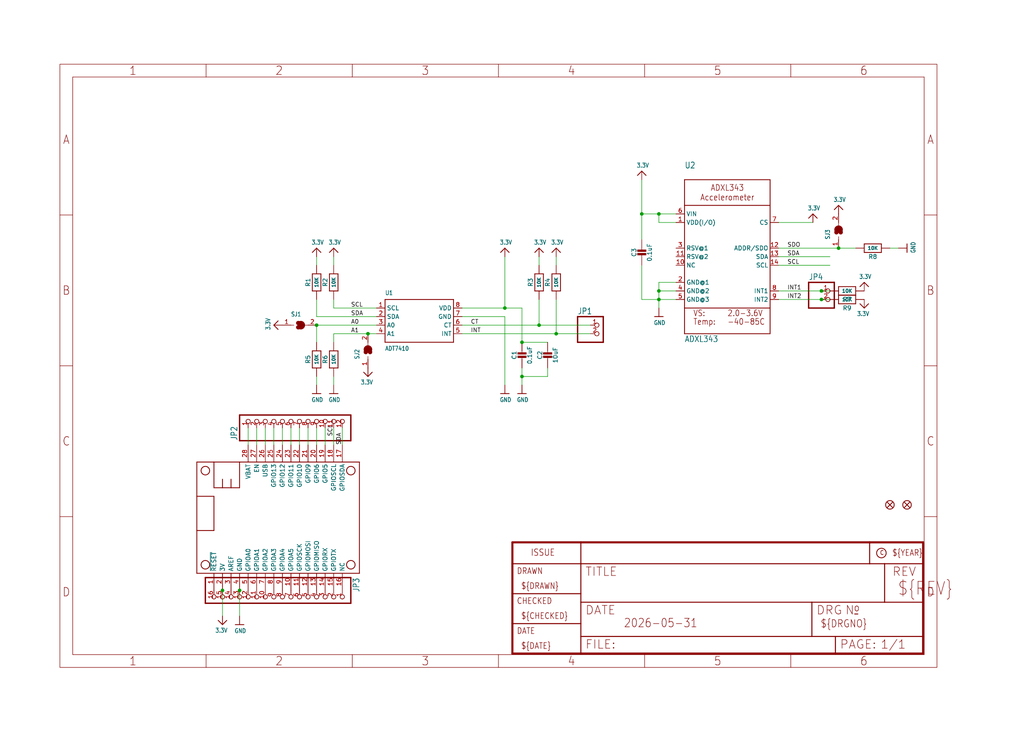
<source format=kicad_sch>
(kicad_sch (version 20230121) (generator eeschema)
  (paper "User" 303.962 217.322)
  (lib_symbols
    (symbol "working-eagle-import:3.3V" (power)
      (property "Value" "3.3V" (at -1.524 1.016 0))
      (symbol "3.3V_1_0"
        (polyline (pts (xy -1.27 -1.27) (xy 0 0)) (stroke (width 0.254)))
        (polyline (pts (xy 0 0) (xy 1.27 -1.27)) (stroke (width 0.254)))
        (pin power_in line (at 0 -2.54 90) (length 2.54) (name "3.3V") (number "1"))
      )
    )
    (symbol "working-eagle-import:ACCEL_ADXL343"
      (property "Reference" "U" (at -12.7 26.162 0))
      (symbol "ACCEL_ADXL343_1_0"
        (polyline (pts (xy -12.7 -22.86) (xy 12.7 -22.86)) (stroke (width 0.254)))
        (polyline (pts (xy -12.7 -15.24) (xy -12.7 -22.86)) (stroke (width 0.254)))
        (polyline (pts (xy -12.7 -15.24) (xy -12.7 15.24)) (stroke (width 0.254)))
        (polyline (pts (xy -12.7 15.24) (xy 12.7 15.24)) (stroke (width 0.254)))
        (polyline (pts (xy -12.7 22.86) (xy -12.7 15.24)) (stroke (width 0.254)))
        (polyline (pts (xy -12.7 22.86) (xy 12.7 22.86)) (stroke (width 0.254)))
        (polyline (pts (xy 12.7 -15.24) (xy -12.7 -15.24)) (stroke (width 0.254)))
        (polyline (pts (xy 12.7 -15.24) (xy 12.7 -22.86)) (stroke (width 0.254)))
        (polyline (pts (xy 12.7 15.24) (xy 12.7 -15.24)) (stroke (width 0.254)))
        (polyline (pts (xy 12.7 22.86) (xy 12.7 15.24)) (stroke (width 0.254)))
        (text "-40-85C" (at 0 -20.32 0) (effects (font (size 1.778 1.5113)) (justify left bottom)))
        (text "2.0-3.6V" (at 0 -17.78 0) (effects (font (size 1.778 1.5113)) (justify left bottom)))
        (text "ADXL343\nAccelerometer" (at 0 19.05 0) (effects (font (size 1.778 1.5113))))
        (text "Temp:" (at -10.16 -20.32 0) (effects (font (size 1.778 1.5113)) (justify left bottom)))
        (text "VS:" (at -10.16 -17.78 0) (effects (font (size 1.778 1.5113)) (justify left bottom)))
        (pin bidirectional line (at -15.24 10.16 0) (length 2.54) (name "VDD(I/O)") (number "1"))
        (pin bidirectional line (at -15.24 -2.54 0) (length 2.54) (name "NC") (number "10"))
        (pin bidirectional line (at -15.24 0 0) (length 2.54) (name "RSV@2") (number "11"))
        (pin bidirectional line (at 15.24 2.54 180) (length 2.54) (name "ADDR/SDO") (number "12"))
        (pin bidirectional line (at 15.24 0 180) (length 2.54) (name "SDA") (number "13"))
        (pin bidirectional line (at 15.24 -2.54 180) (length 2.54) (name "SCL") (number "14"))
        (pin bidirectional line (at -15.24 -7.62 0) (length 2.54) (name "GND@1") (number "2"))
        (pin bidirectional line (at -15.24 2.54 0) (length 2.54) (name "RSV@1") (number "3"))
        (pin bidirectional line (at -15.24 -10.16 0) (length 2.54) (name "GND@2") (number "4"))
        (pin bidirectional line (at -15.24 -12.7 0) (length 2.54) (name "GND@3") (number "5"))
        (pin bidirectional line (at -15.24 12.7 0) (length 2.54) (name "VIN") (number "6"))
        (pin bidirectional line (at 15.24 10.16 180) (length 2.54) (name "CS") (number "7"))
        (pin bidirectional line (at 15.24 -10.16 180) (length 2.54) (name "INT1") (number "8"))
        (pin bidirectional line (at 15.24 -12.7 180) (length 2.54) (name "INT2") (number "9"))
      )
    )
    (symbol "working-eagle-import:CAP_CERAMIC0603_NO"
      (property "Reference" "C" (at -2.29 1.25 90))
      (symbol "CAP_CERAMIC0603_NO_1_0"
        (rectangle (start -1.27 0.508) (end 1.27 1.016) (fill (type outline)))
        (rectangle (start -1.27 1.524) (end 1.27 2.032) (fill (type outline)))
        (polyline (pts (xy 0 0.762) (xy 0 0)) (stroke (width 0.1524)))
        (polyline (pts (xy 0 2.54) (xy 0 1.778)) (stroke (width 0.1524)))
        (pin passive line (at 0 5.08 270) (length 2.54) (name "1") (number "1"))
        (pin passive line (at 0 -2.54 90) (length 2.54) (name "2") (number "2"))
      )
    )
    (symbol "working-eagle-import:CAP_CERAMIC0805-NOOUTLINE"
      (property "Reference" "C" (at -2.29 1.25 90))
      (symbol "CAP_CERAMIC0805-NOOUTLINE_1_0"
        (rectangle (start -1.27 0.508) (end 1.27 1.016) (fill (type outline)))
        (rectangle (start -1.27 1.524) (end 1.27 2.032) (fill (type outline)))
        (polyline (pts (xy 0 0.762) (xy 0 0)) (stroke (width 0.1524)))
        (polyline (pts (xy 0 2.54) (xy 0 1.778)) (stroke (width 0.1524)))
        (pin passive line (at 0 5.08 270) (length 2.54) (name "1") (number "1"))
        (pin passive line (at 0 -2.54 90) (length 2.54) (name "2") (number "2"))
      )
    )
    (symbol "working-eagle-import:FEATHERWING"
      (symbol "FEATHERWING_1_0"
        (polyline (pts (xy 0 0) (xy 48.26 0)) (stroke (width 0.254)))
        (polyline (pts (xy 0 12.7) (xy 0 0)) (stroke (width 0.254)))
        (polyline (pts (xy 0 22.86) (xy 0 12.7)) (stroke (width 0.254)))
        (polyline (pts (xy 0 22.86) (xy 5.08 22.86)) (stroke (width 0.254)))
        (polyline (pts (xy 0 33.02) (xy 0 22.86)) (stroke (width 0.254)))
        (polyline (pts (xy 5.08 12.7) (xy 0 12.7)) (stroke (width 0.254)))
        (polyline (pts (xy 5.08 22.86) (xy 5.08 12.7)) (stroke (width 0.254)))
        (polyline (pts (xy 5.08 25.4) (xy 7.62 25.4)) (stroke (width 0.254)))
        (polyline (pts (xy 5.08 33.02) (xy 0 33.02)) (stroke (width 0.254)))
        (polyline (pts (xy 5.08 33.02) (xy 5.08 25.4)) (stroke (width 0.254)))
        (polyline (pts (xy 7.62 25.4) (xy 10.16 25.4)) (stroke (width 0.254)))
        (polyline (pts (xy 7.62 27.94) (xy 7.62 25.4)) (stroke (width 0.254)))
        (polyline (pts (xy 10.16 25.4) (xy 12.7 25.4)) (stroke (width 0.254)))
        (polyline (pts (xy 10.16 27.94) (xy 10.16 25.4)) (stroke (width 0.254)))
        (polyline (pts (xy 12.7 25.4) (xy 12.7 33.02)) (stroke (width 0.254)))
        (polyline (pts (xy 12.7 33.02) (xy 5.08 33.02)) (stroke (width 0.254)))
        (polyline (pts (xy 48.26 0) (xy 48.26 33.02)) (stroke (width 0.254)))
        (polyline (pts (xy 48.26 33.02) (xy 12.7 33.02)) (stroke (width 0.254)))
        (circle (center 2.54 2.54) (radius 1.27) (stroke (width 0.254)))
        (circle (center 2.54 30.48) (radius 1.27) (stroke (width 0.254)))
        (circle (center 45.72 2.54) (radius 1.27) (stroke (width 0.254)))
        (circle (center 45.72 30.48) (radius 1.27) (stroke (width 0.254)))
        (pin input line (at 5.08 -5.08 90) (length 5.08) (name "~{RESET}") (number "1"))
        (pin bidirectional line (at 27.94 -5.08 90) (length 5.08) (name "GPIOA5") (number "10"))
        (pin bidirectional line (at 30.48 -5.08 90) (length 5.08) (name "GPIOSCK") (number "11"))
        (pin bidirectional line (at 33.02 -5.08 90) (length 5.08) (name "GPIOMOSI") (number "12"))
        (pin bidirectional line (at 35.56 -5.08 90) (length 5.08) (name "GPIOMISO") (number "13"))
        (pin bidirectional line (at 38.1 -5.08 90) (length 5.08) (name "GPIORX") (number "14"))
        (pin bidirectional line (at 40.64 -5.08 90) (length 5.08) (name "GPIOTX") (number "15"))
        (pin passive line (at 43.18 -5.08 90) (length 5.08) (name "NC") (number "16"))
        (pin bidirectional line (at 43.18 38.1 270) (length 5.08) (name "GPIOSDA") (number "17"))
        (pin bidirectional line (at 40.64 38.1 270) (length 5.08) (name "GPIOSCL") (number "18"))
        (pin bidirectional line (at 38.1 38.1 270) (length 5.08) (name "GPIO5") (number "19"))
        (pin power_in line (at 7.62 -5.08 90) (length 5.08) (name "3V") (number "2"))
        (pin bidirectional line (at 35.56 38.1 270) (length 5.08) (name "GPIO6") (number "20"))
        (pin bidirectional line (at 33.02 38.1 270) (length 5.08) (name "GPIO9") (number "21"))
        (pin bidirectional line (at 30.48 38.1 270) (length 5.08) (name "GPIO10") (number "22"))
        (pin bidirectional line (at 27.94 38.1 270) (length 5.08) (name "GPIO11") (number "23"))
        (pin bidirectional line (at 25.4 38.1 270) (length 5.08) (name "GPIO12") (number "24"))
        (pin bidirectional line (at 22.86 38.1 270) (length 5.08) (name "GPIO13") (number "25"))
        (pin power_in line (at 20.32 38.1 270) (length 5.08) (name "USB") (number "26"))
        (pin passive line (at 17.78 38.1 270) (length 5.08) (name "EN") (number "27"))
        (pin power_in line (at 15.24 38.1 270) (length 5.08) (name "VBAT") (number "28"))
        (pin passive line (at 10.16 -5.08 90) (length 5.08) (name "AREF") (number "3"))
        (pin power_in line (at 12.7 -5.08 90) (length 5.08) (name "GND") (number "4"))
        (pin bidirectional line (at 15.24 -5.08 90) (length 5.08) (name "GPIOA0") (number "5"))
        (pin bidirectional line (at 17.78 -5.08 90) (length 5.08) (name "GPIOA1") (number "6"))
        (pin bidirectional line (at 20.32 -5.08 90) (length 5.08) (name "GPIOA2") (number "7"))
        (pin bidirectional line (at 22.86 -5.08 90) (length 5.08) (name "GPIOA3") (number "8"))
        (pin bidirectional line (at 25.4 -5.08 90) (length 5.08) (name "GPIOA4") (number "9"))
      )
    )
    (symbol "working-eagle-import:FIDUCIAL_1MM"
      (symbol "FIDUCIAL_1MM_1_0"
        (polyline (pts (xy -0.762 0.762) (xy 0.762 -0.762)) (stroke (width 0.254)))
        (polyline (pts (xy 0.762 0.762) (xy -0.762 -0.762)) (stroke (width 0.254)))
        (circle (center 0 0) (radius 1.27) (stroke (width 0.254)))
      )
    )
    (symbol "working-eagle-import:FRAME_A4"
      (symbol "FRAME_A4_1_0"
        (polyline (pts (xy 0 44.7675) (xy 3.81 44.7675)))
        (polyline (pts (xy 0 89.535) (xy 3.81 89.535)))
        (polyline (pts (xy 0 134.3025) (xy 3.81 134.3025)))
        (polyline (pts (xy 3.81 3.81) (xy 3.81 175.26)))
        (polyline (pts (xy 43.3917 0) (xy 43.3917 3.81)))
        (polyline (pts (xy 43.3917 175.26) (xy 43.3917 179.07)))
        (polyline (pts (xy 86.7833 0) (xy 86.7833 3.81)))
        (polyline (pts (xy 86.7833 175.26) (xy 86.7833 179.07)))
        (polyline (pts (xy 130.175 0) (xy 130.175 3.81)))
        (polyline (pts (xy 130.175 175.26) (xy 130.175 179.07)))
        (polyline (pts (xy 173.5667 0) (xy 173.5667 3.81)))
        (polyline (pts (xy 173.5667 175.26) (xy 173.5667 179.07)))
        (polyline (pts (xy 216.9583 0) (xy 216.9583 3.81)))
        (polyline (pts (xy 216.9583 175.26) (xy 216.9583 179.07)))
        (polyline (pts (xy 256.54 3.81) (xy 3.81 3.81)))
        (polyline (pts (xy 256.54 3.81) (xy 256.54 8.89)) (stroke (width 0.1016)))
        (polyline (pts (xy 256.54 3.81) (xy 256.54 175.26)))
        (polyline (pts (xy 256.54 8.89) (xy 256.54 13.97)) (stroke (width 0.1016)))
        (polyline (pts (xy 256.54 13.97) (xy 256.54 19.05)) (stroke (width 0.1016)))
        (polyline (pts (xy 256.54 19.05) (xy 256.54 36.83)) (stroke (width 0.1016)))
        (polyline (pts (xy 256.54 44.7675) (xy 260.35 44.7675)))
        (polyline (pts (xy 256.54 89.535) (xy 260.35 89.535)))
        (polyline (pts (xy 256.54 134.3025) (xy 260.35 134.3025)))
        (polyline (pts (xy 256.54 175.26) (xy 3.81 175.26)))
        (polyline (pts (xy 0 0) (xy 260.35 0) (xy 260.35 179.07) (xy 0 179.07) (xy 0 0)))
        (text "1" (at 21.6958 1.905 0) (effects (font (size 2.54 2.286))))
        (text "1" (at 21.6958 177.165 0) (effects (font (size 2.54 2.286))))
        (text "2" (at 65.0875 1.905 0) (effects (font (size 2.54 2.286))))
        (text "2" (at 65.0875 177.165 0) (effects (font (size 2.54 2.286))))
        (text "3" (at 108.4792 1.905 0) (effects (font (size 2.54 2.286))))
        (text "3" (at 108.4792 177.165 0) (effects (font (size 2.54 2.286))))
        (text "4" (at 151.8708 1.905 0) (effects (font (size 2.54 2.286))))
        (text "4" (at 151.8708 177.165 0) (effects (font (size 2.54 2.286))))
        (text "5" (at 195.2625 1.905 0) (effects (font (size 2.54 2.286))))
        (text "5" (at 195.2625 177.165 0) (effects (font (size 2.54 2.286))))
        (text "6" (at 238.6542 1.905 0) (effects (font (size 2.54 2.286))))
        (text "6" (at 238.6542 177.165 0) (effects (font (size 2.54 2.286))))
        (text "A" (at 1.905 156.6863 0) (effects (font (size 2.54 2.286))))
        (text "A" (at 258.445 156.6863 0) (effects (font (size 2.54 2.286))))
        (text "B" (at 1.905 111.9188 0) (effects (font (size 2.54 2.286))))
        (text "B" (at 258.445 111.9188 0) (effects (font (size 2.54 2.286))))
        (text "C" (at 1.905 67.1513 0) (effects (font (size 2.54 2.286))))
        (text "C" (at 258.445 67.1513 0) (effects (font (size 2.54 2.286))))
        (text "D" (at 1.905 22.3838 0) (effects (font (size 2.54 2.286))))
        (text "D" (at 258.445 22.3838 0) (effects (font (size 2.54 2.286))))
      )
      (symbol "FRAME_A4_2_0"
        (polyline (pts (xy -0.3048 1.5748) (xy 20.0152 1.5748)) (stroke (width 0.6096)))
        (polyline (pts (xy -0.3048 10.4648) (xy -0.3048 1.5748)) (stroke (width 0.6096)))
        (polyline (pts (xy -0.3048 10.4648) (xy 20.0152 10.4648)) (stroke (width 0.3048)))
        (polyline (pts (xy -0.3048 19.3548) (xy -0.3048 10.4648)) (stroke (width 0.6096)))
        (polyline (pts (xy -0.3048 19.3548) (xy 20.0152 19.3548)) (stroke (width 0.3048)))
        (polyline (pts (xy -0.3048 28.2448) (xy -0.3048 19.3548)) (stroke (width 0.6096)))
        (polyline (pts (xy -0.3048 28.2448) (xy 20.0152 28.2448)) (stroke (width 0.3048)))
        (polyline (pts (xy -0.3048 34.5948) (xy -0.3048 28.2448)) (stroke (width 0.6096)))
        (polyline (pts (xy 20.0152 1.5748) (xy 20.0152 6.6548)) (stroke (width 0.3048)))
        (polyline (pts (xy 20.0152 1.5748) (xy 95.5802 1.5748)) (stroke (width 0.6096)))
        (polyline (pts (xy 20.0152 6.6548) (xy 20.0152 10.4648)) (stroke (width 0.3048)))
        (polyline (pts (xy 20.0152 6.6548) (xy 88.5952 6.6548)) (stroke (width 0.3048)))
        (polyline (pts (xy 20.0152 10.4648) (xy 20.0152 16.8148)) (stroke (width 0.3048)))
        (polyline (pts (xy 20.0152 16.8148) (xy 20.0152 19.3548)) (stroke (width 0.3048)))
        (polyline (pts (xy 20.0152 19.3548) (xy 20.0152 28.2448)) (stroke (width 0.3048)))
        (polyline (pts (xy 20.0152 28.2448) (xy 20.0152 34.5948)) (stroke (width 0.3048)))
        (polyline (pts (xy 20.0152 28.2448) (xy 105.7402 28.2448)) (stroke (width 0.3048)))
        (polyline (pts (xy 20.0152 34.5948) (xy -0.3048 34.5948)) (stroke (width 0.6096)))
        (polyline (pts (xy 88.5952 6.6548) (xy 95.5802 6.6548)) (stroke (width 0.3048)))
        (polyline (pts (xy 88.5952 16.8148) (xy 20.0152 16.8148)) (stroke (width 0.3048)))
        (polyline (pts (xy 88.5952 16.8148) (xy 88.5952 6.6548)) (stroke (width 0.3048)))
        (polyline (pts (xy 95.5802 1.5748) (xy 121.6152 1.5748)) (stroke (width 0.6096)))
        (polyline (pts (xy 95.5802 6.6548) (xy 95.5802 1.5748)) (stroke (width 0.3048)))
        (polyline (pts (xy 95.5802 6.6548) (xy 121.6152 6.6548)) (stroke (width 0.3048)))
        (polyline (pts (xy 101.2952 13.3223) (xy 102.2477 13.3223)) (stroke (width 0.254)))
        (polyline (pts (xy 105.7402 28.2448) (xy 105.7402 34.5948)) (stroke (width 0.3048)))
        (polyline (pts (xy 105.7402 28.2448) (xy 110.1852 28.2448)) (stroke (width 0.3048)))
        (polyline (pts (xy 105.7402 34.5948) (xy 20.0152 34.5948)) (stroke (width 0.6096)))
        (polyline (pts (xy 110.1852 16.8148) (xy 88.5952 16.8148)) (stroke (width 0.3048)))
        (polyline (pts (xy 110.1852 28.2448) (xy 110.1852 16.8148)) (stroke (width 0.3048)))
        (polyline (pts (xy 110.1852 28.2448) (xy 121.6152 28.2448)) (stroke (width 0.3048)))
        (polyline (pts (xy 121.6152 6.6548) (xy 121.6152 1.5748)) (stroke (width 0.6096)))
        (polyline (pts (xy 121.6152 16.8148) (xy 110.1852 16.8148)) (stroke (width 0.3048)))
        (polyline (pts (xy 121.6152 16.8148) (xy 121.6152 6.6548)) (stroke (width 0.6096)))
        (polyline (pts (xy 121.6152 28.2448) (xy 121.6152 16.8148)) (stroke (width 0.6096)))
        (polyline (pts (xy 121.6152 34.5948) (xy 105.7402 34.5948)) (stroke (width 0.6096)))
        (polyline (pts (xy 121.6152 34.5948) (xy 121.6152 28.2448)) (stroke (width 0.6096)))
        (circle (center 109.2327 31.4198) (radius 1.4199) (stroke (width 0.254)))
        (text "${#}/${##}" (at 108.9152 2.8448 0) (effects (font (size 2.54 2.54)) (justify left bottom)))
        (text "${CHECKED}" (at 2.2352 11.7348 0) (effects (font (size 1.778 1.5113)) (justify left bottom)))
        (text "${COMPANY}" (at 23.349 29.6735 0) (effects (font (size 3.175 2.6987) (thickness 0.5397) bold) (justify left bottom)))
        (text "${CURRENT_DATE}" (at 32.7152 9.1948 0) (effects (font (size 2.54 2.159)) (justify left bottom)))
        (text "${DATE}" (at 2.2352 2.8448 0) (effects (font (size 1.778 1.5113)) (justify left bottom)))
        (text "${DRAWN}" (at 2.2352 20.6248 0) (effects (font (size 1.778 1.5113)) (justify left bottom)))
        (text "${DRGNO}" (at 91.1352 9.1948 0) (effects (font (size 2.1844 1.8567)) (justify left bottom)))
        (text "${PROJECTNAME}" (at 33.0327 2.8448 0) (effects (font (size 2.54 2.159)) (justify left bottom)))
        (text "${REV}" (at 113.9952 18.7198 0) (effects (font (size 3.81 3.2385)) (justify left bottom)))
        (text "${YEAR}" (at 112.4077 30.4673 0) (effects (font (size 1.778 1.5113)) (justify left bottom)))
        (text "C" (at 108.7564 30.7848 0) (effects (font (size 1.27 1.0795)) (justify left bottom)))
        (text "CHECKED" (at 0.9652 16.1798 0) (effects (font (size 1.778 1.5113)) (justify left bottom)))
        (text "DATE" (at 0.9652 7.2898 0) (effects (font (size 1.778 1.5113)) (justify left bottom)))
        (text "DATE" (at 21.2852 13.0048 0) (effects (font (size 2.54 2.54)) (justify left bottom)))
        (text "DRAWN" (at 0.9652 25.0698 0) (effects (font (size 1.778 1.5113)) (justify left bottom)))
        (text "DRG" (at 89.8652 13.0048 0) (effects (font (size 2.54 2.54)) (justify left bottom)))
        (text "FILE:" (at 21.2852 2.8448 0) (effects (font (size 2.54 2.54)) (justify left bottom)))
        (text "ISSUE" (at 5.0927 30.4673 0) (effects (font (size 1.9304 1.6408)) (justify left bottom)))
        (text "N" (at 98.4377 13.0048 0) (effects (font (size 2.54 2.54)) (justify left bottom)))
        (text "o" (at 100.9777 13.9573 0) (effects (font (size 2.1844 1.8567)) (justify left bottom)))
        (text "PAGE:" (at 96.8502 2.8448 0) (effects (font (size 2.54 2.54)) (justify left bottom)))
        (text "REV" (at 112.4077 24.4348 0) (effects (font (size 2.54 2.54)) (justify left bottom)))
        (text "TITLE" (at 21.2852 24.4348 0) (effects (font (size 2.54 2.54)) (justify left bottom)))
      )
    )
    (symbol "working-eagle-import:GND" (power)
      (property "Value" "GND" (at -1.524 -2.54 0))
      (symbol "GND_1_0"
        (polyline (pts (xy -1.27 0) (xy 1.27 0)) (stroke (width 0.254)))
        (pin power_in line (at 0 2.54 270) (length 2.54) (name "GND") (number "1"))
      )
    )
    (symbol "working-eagle-import:HEADER-1X1276MIL"
      (property "Reference" "JP" (at -6.35 18.415 0))
      (symbol "HEADER-1X1276MIL_1_0"
        (polyline (pts (xy -6.35 -15.24) (xy 1.27 -15.24)) (stroke (width 0.4064)))
        (polyline (pts (xy -6.35 17.78) (xy -6.35 -15.24)) (stroke (width 0.4064)))
        (polyline (pts (xy 1.27 -15.24) (xy 1.27 17.78)) (stroke (width 0.4064)))
        (polyline (pts (xy 1.27 17.78) (xy -6.35 17.78)) (stroke (width 0.4064)))
        (pin passive inverted (at -2.54 15.24 0) (length 2.54) (name "1") (number "1"))
        (pin passive inverted (at -2.54 -7.62 0) (length 2.54) (name "10") (number "10"))
        (pin passive inverted (at -2.54 -10.16 0) (length 2.54) (name "11") (number "11"))
        (pin passive inverted (at -2.54 -12.7 0) (length 2.54) (name "12") (number "12"))
        (pin passive inverted (at -2.54 12.7 0) (length 2.54) (name "2") (number "2"))
        (pin passive inverted (at -2.54 10.16 0) (length 2.54) (name "3") (number "3"))
        (pin passive inverted (at -2.54 7.62 0) (length 2.54) (name "4") (number "4"))
        (pin passive inverted (at -2.54 5.08 0) (length 2.54) (name "5") (number "5"))
        (pin passive inverted (at -2.54 2.54 0) (length 2.54) (name "6") (number "6"))
        (pin passive inverted (at -2.54 0 0) (length 2.54) (name "7") (number "7"))
        (pin passive inverted (at -2.54 -2.54 0) (length 2.54) (name "8") (number "8"))
        (pin passive inverted (at -2.54 -5.08 0) (length 2.54) (name "9") (number "9"))
      )
    )
    (symbol "working-eagle-import:HEADER-1X16_76MIL"
      (property "Reference" "JP" (at -6.35 20.955 0))
      (symbol "HEADER-1X16_76MIL_1_0"
        (polyline (pts (xy -6.35 -22.86) (xy 1.27 -22.86)) (stroke (width 0.4064)))
        (polyline (pts (xy -6.35 20.32) (xy -6.35 -22.86)) (stroke (width 0.4064)))
        (polyline (pts (xy 1.27 -22.86) (xy 1.27 20.32)) (stroke (width 0.4064)))
        (polyline (pts (xy 1.27 20.32) (xy -6.35 20.32)) (stroke (width 0.4064)))
        (pin passive inverted (at -2.54 17.78 0) (length 2.54) (name "1") (number "1"))
        (pin passive inverted (at -2.54 -5.08 0) (length 2.54) (name "10") (number "10"))
        (pin passive inverted (at -2.54 -7.62 0) (length 2.54) (name "11") (number "11"))
        (pin passive inverted (at -2.54 -10.16 0) (length 2.54) (name "12") (number "12"))
        (pin passive inverted (at -2.54 -12.7 0) (length 2.54) (name "13") (number "13"))
        (pin passive inverted (at -2.54 -15.24 0) (length 2.54) (name "14") (number "14"))
        (pin passive inverted (at -2.54 -17.78 0) (length 2.54) (name "15") (number "15"))
        (pin passive inverted (at -2.54 -20.32 0) (length 2.54) (name "16") (number "16"))
        (pin passive inverted (at -2.54 15.24 0) (length 2.54) (name "2") (number "2"))
        (pin passive inverted (at -2.54 12.7 0) (length 2.54) (name "3") (number "3"))
        (pin passive inverted (at -2.54 10.16 0) (length 2.54) (name "4") (number "4"))
        (pin passive inverted (at -2.54 7.62 0) (length 2.54) (name "5") (number "5"))
        (pin passive inverted (at -2.54 5.08 0) (length 2.54) (name "6") (number "6"))
        (pin passive inverted (at -2.54 2.54 0) (length 2.54) (name "7") (number "7"))
        (pin passive inverted (at -2.54 0 0) (length 2.54) (name "8") (number "8"))
        (pin passive inverted (at -2.54 -2.54 0) (length 2.54) (name "9") (number "9"))
      )
    )
    (symbol "working-eagle-import:HEADER-1X2ROUND"
      (property "Reference" "JP" (at -6.35 5.715 0))
      (symbol "HEADER-1X2ROUND_1_0"
        (polyline (pts (xy -6.35 -2.54) (xy 1.27 -2.54)) (stroke (width 0.4064)))
        (polyline (pts (xy -6.35 5.08) (xy -6.35 -2.54)) (stroke (width 0.4064)))
        (polyline (pts (xy 1.27 -2.54) (xy 1.27 5.08)) (stroke (width 0.4064)))
        (polyline (pts (xy 1.27 5.08) (xy -6.35 5.08)) (stroke (width 0.4064)))
        (pin passive inverted (at -2.54 2.54 0) (length 2.54) (name "1") (number "1"))
        (pin passive inverted (at -2.54 0 0) (length 2.54) (name "2") (number "2"))
      )
    )
    (symbol "working-eagle-import:RESISTOR_0603_NOOUT"
      (property "Reference" "R" (at 0 2.54 0))
      (symbol "RESISTOR_0603_NOOUT_1_0"
        (polyline (pts (xy -2.54 -1.27) (xy -2.54 1.27)) (stroke (width 0.254)))
        (polyline (pts (xy -2.54 1.27) (xy 2.54 1.27)) (stroke (width 0.254)))
        (polyline (pts (xy 2.54 -1.27) (xy -2.54 -1.27)) (stroke (width 0.254)))
        (polyline (pts (xy 2.54 1.27) (xy 2.54 -1.27)) (stroke (width 0.254)))
        (pin passive line (at -5.08 0 0) (length 2.54) (name "1") (number "1"))
        (pin passive line (at 5.08 0 180) (length 2.54) (name "2") (number "2"))
      )
    )
    (symbol "working-eagle-import:SOLDERJUMPER"
      (property "Reference" "SJ" (at -2.54 2.54 0))
      (symbol "SOLDERJUMPER_1_0"
        (arc (start -0.381 -0.635) (mid 0.2541 -0.0001) (end -0.3808 0.635) (stroke (width 1.27)))
        (polyline (pts (xy -2.54 0) (xy -1.651 0)) (stroke (width 0.1524)))
        (polyline (pts (xy 2.54 0) (xy 1.651 0)) (stroke (width 0.1524)))
        (arc (start 0.3808 -0.635) (mid 1.0132 -0.0001) (end 0.381 0.635) (stroke (width 1.27)))
        (pin passive line (at -5.08 0 0) (length 2.54) (name "1") (number "1"))
        (pin passive line (at 5.08 0 180) (length 2.54) (name "2") (number "2"))
      )
    )
    (symbol "working-eagle-import:TEMP_ADT7410"
      (property "Reference" "U" (at -10.16 8.89 0))
      (symbol "TEMP_ADT7410_1_0"
        (polyline (pts (xy -10.16 -5.08) (xy -10.16 7.62)) (stroke (width 0.254)))
        (polyline (pts (xy -10.16 7.62) (xy 10.16 7.62)) (stroke (width 0.254)))
        (polyline (pts (xy 10.16 -5.08) (xy -10.16 -5.08)) (stroke (width 0.254)))
        (polyline (pts (xy 10.16 7.62) (xy 10.16 -5.08)) (stroke (width 0.254)))
        (pin bidirectional line (at -12.7 5.08 0) (length 2.54) (name "SCL") (number "1"))
        (pin bidirectional line (at -12.7 2.54 0) (length 2.54) (name "SDA") (number "2"))
        (pin bidirectional line (at -12.7 0 0) (length 2.54) (name "A0") (number "3"))
        (pin bidirectional line (at -12.7 -2.54 0) (length 2.54) (name "A1") (number "4"))
        (pin bidirectional line (at 12.7 -2.54 180) (length 2.54) (name "INT") (number "5"))
        (pin bidirectional line (at 12.7 0 180) (length 2.54) (name "CT") (number "6"))
        (pin power_in line (at 12.7 2.54 180) (length 2.54) (name "GND") (number "7"))
        (pin power_in line (at 12.7 5.08 180) (length 2.54) (name "VDD") (number "8"))
      )
    )
  )
  (junction (at 66.04 175.26))
  (junction (at 149.86 91.44))
  (junction (at 71.12 175.26))
  (junction (at 160.02 96.52))
  (junction (at 154.94 111.76))
  (junction (at 195.58 86.36))
  (junction (at 154.94 101.6))
  (junction (at 195.58 63.5))
  (junction (at 195.58 88.9))
  (junction (at 243.84 88.9))
  (junction (at 165.1 99.06))
  (junction (at 93.98 96.52))
  (junction (at 109.22 99.06))
  (junction (at 243.84 86.36))
  (junction (at 190.5 63.5))
  (junction (at 248.92 73.66))
  (wire (pts (xy 190.5 88.9) (xy 190.5 78.74)) (stroke (width 0.1524)))
  (wire (pts (xy 149.86 91.44) (xy 154.94 91.44)) (stroke (width 0.1524)))
  (wire (pts (xy 137.16 99.06) (xy 165.1 99.06)) (stroke (width 0.1524)))
  (wire (pts (xy 73.66 127) (xy 73.66 132.08)) (stroke (width 0.1524)))
  (wire (pts (xy 200.66 66.04) (xy 195.58 66.04)) (stroke (width 0.1524)))
  (wire (pts (xy 165.1 99.06) (xy 175.26 99.06)) (stroke (width 0.1524)))
  (wire (pts (xy 200.66 88.9) (xy 195.58 88.9)) (stroke (width 0.1524)))
  (wire (pts (xy 93.98 93.98) (xy 93.98 88.9)) (stroke (width 0.1524)))
  (wire (pts (xy 243.84 86.36) (xy 246.38 86.36)) (stroke (width 0.1524)))
  (wire (pts (xy 149.86 93.98) (xy 149.86 114.3)) (stroke (width 0.1524)))
  (wire (pts (xy 99.06 99.06) (xy 99.06 101.6)) (stroke (width 0.1524)))
  (wire (pts (xy 160.02 96.52) (xy 160.02 88.9)) (stroke (width 0.1524)))
  (wire (pts (xy 190.5 63.5) (xy 190.5 53.34)) (stroke (width 0.1524)))
  (wire (pts (xy 109.22 99.06) (xy 99.06 99.06)) (stroke (width 0.1524)))
  (wire (pts (xy 66.04 182.88) (xy 66.04 175.26)) (stroke (width 0.1524)))
  (wire (pts (xy 190.5 63.5) (xy 195.58 63.5)) (stroke (width 0.1524)))
  (wire (pts (xy 91.44 127) (xy 91.44 132.08)) (stroke (width 0.1524)))
  (wire (pts (xy 111.76 99.06) (xy 109.22 99.06)) (stroke (width 0.1524)))
  (wire (pts (xy 137.16 96.52) (xy 160.02 96.52)) (stroke (width 0.1524)))
  (wire (pts (xy 81.28 127) (xy 81.28 132.08)) (stroke (width 0.1524)))
  (wire (pts (xy 195.58 88.9) (xy 190.5 88.9)) (stroke (width 0.1524)))
  (wire (pts (xy 243.84 88.9) (xy 246.38 88.9)) (stroke (width 0.1524)))
  (wire (pts (xy 93.98 96.52) (xy 93.98 101.6)) (stroke (width 0.1524)))
  (wire (pts (xy 231.14 86.36) (xy 243.84 86.36)) (stroke (width 0.1524)))
  (wire (pts (xy 99.06 111.76) (xy 99.06 114.3)) (stroke (width 0.1524)))
  (wire (pts (xy 111.76 93.98) (xy 93.98 93.98)) (stroke (width 0.1524)))
  (wire (pts (xy 93.98 127) (xy 93.98 132.08)) (stroke (width 0.1524)))
  (wire (pts (xy 93.98 111.76) (xy 93.98 114.3)) (stroke (width 0.1524)))
  (wire (pts (xy 93.98 78.74) (xy 93.98 76.2)) (stroke (width 0.1524)))
  (wire (pts (xy 83.82 127) (xy 83.82 132.08)) (stroke (width 0.1524)))
  (wire (pts (xy 86.36 127) (xy 86.36 132.08)) (stroke (width 0.1524)))
  (wire (pts (xy 99.06 78.74) (xy 99.06 76.2)) (stroke (width 0.1524)))
  (wire (pts (xy 154.94 91.44) (xy 154.94 101.6)) (stroke (width 0.1524)))
  (wire (pts (xy 195.58 66.04) (xy 195.58 63.5)) (stroke (width 0.1524)))
  (wire (pts (xy 137.16 93.98) (xy 149.86 93.98)) (stroke (width 0.1524)))
  (wire (pts (xy 248.92 73.66) (xy 254 73.66)) (stroke (width 0.1524)))
  (wire (pts (xy 162.56 111.76) (xy 162.56 109.22)) (stroke (width 0.1524)))
  (wire (pts (xy 175.26 96.52) (xy 160.02 96.52)) (stroke (width 0.1524)))
  (wire (pts (xy 88.9 127) (xy 88.9 132.08)) (stroke (width 0.1524)))
  (wire (pts (xy 195.58 86.36) (xy 195.58 88.9)) (stroke (width 0.1524)))
  (wire (pts (xy 76.2 127) (xy 76.2 132.08)) (stroke (width 0.1524)))
  (wire (pts (xy 101.6 127) (xy 101.6 132.08)) (stroke (width 0.1524)))
  (wire (pts (xy 190.5 71.12) (xy 190.5 63.5)) (stroke (width 0.1524)))
  (wire (pts (xy 165.1 99.06) (xy 165.1 88.9)) (stroke (width 0.1524)))
  (wire (pts (xy 195.58 63.5) (xy 200.66 63.5)) (stroke (width 0.1524)))
  (wire (pts (xy 111.76 96.52) (xy 93.98 96.52)) (stroke (width 0.1524)))
  (wire (pts (xy 162.56 101.6) (xy 154.94 101.6)) (stroke (width 0.1524)))
  (wire (pts (xy 200.66 83.82) (xy 195.58 83.82)) (stroke (width 0.1524)))
  (wire (pts (xy 149.86 91.44) (xy 149.86 76.2)) (stroke (width 0.1524)))
  (wire (pts (xy 78.74 127) (xy 78.74 132.08)) (stroke (width 0.1524)))
  (wire (pts (xy 137.16 91.44) (xy 149.86 91.44)) (stroke (width 0.1524)))
  (wire (pts (xy 231.14 78.74) (xy 246.38 78.74)) (stroke (width 0.1524)))
  (wire (pts (xy 231.14 88.9) (xy 243.84 88.9)) (stroke (width 0.1524)))
  (wire (pts (xy 71.12 175.26) (xy 71.12 182.88)) (stroke (width 0.1524)))
  (wire (pts (xy 160.02 78.74) (xy 160.02 76.2)) (stroke (width 0.1524)))
  (wire (pts (xy 231.14 73.66) (xy 248.92 73.66)) (stroke (width 0.1524)))
  (wire (pts (xy 195.58 83.82) (xy 195.58 86.36)) (stroke (width 0.1524)))
  (wire (pts (xy 96.52 127) (xy 96.52 132.08)) (stroke (width 0.1524)))
  (wire (pts (xy 154.94 111.76) (xy 154.94 114.3)) (stroke (width 0.1524)))
  (wire (pts (xy 231.14 76.2) (xy 246.38 76.2)) (stroke (width 0.1524)))
  (wire (pts (xy 195.58 88.9) (xy 195.58 91.44)) (stroke (width 0.1524)))
  (wire (pts (xy 154.94 111.76) (xy 162.56 111.76)) (stroke (width 0.1524)))
  (wire (pts (xy 241.3 66.04) (xy 231.14 66.04)) (stroke (width 0.1524)))
  (wire (pts (xy 165.1 76.2) (xy 165.1 78.74)) (stroke (width 0.1524)))
  (wire (pts (xy 154.94 109.22) (xy 154.94 111.76)) (stroke (width 0.1524)))
  (wire (pts (xy 200.66 86.36) (xy 195.58 86.36)) (stroke (width 0.1524)))
  (wire (pts (xy 99.06 127) (xy 99.06 132.08)) (stroke (width 0.1524)))
  (wire (pts (xy 264.16 73.66) (xy 266.7 73.66)) (stroke (width 0.1524)))
  (wire (pts (xy 99.06 91.44) (xy 99.06 88.9)) (stroke (width 0.1524)))
  (wire (pts (xy 111.76 91.44) (xy 99.06 91.44)) (stroke (width 0.1524)))
  (label "SDO" (at 233.68 73.66 0) (effects (font (size 1.2446 1.2446))))
  (label "SDA" (at 104.14 93.98 0) (effects (font (size 1.2446 1.2446))))
  (label "SDA" (at 233.68 76.2 0) (effects (font (size 1.2446 1.2446))))
  (label "CT" (at 139.7 96.52 0) (effects (font (size 1.2446 1.2446))))
  (label "SCL" (at 233.68 78.74 0) (effects (font (size 1.2446 1.2446))))
  (label "SDA" (at 101.6 132.08 90) (effects (font (size 1.2446 1.2446))))
  (label "SCL" (at 99.06 129.54 90) (effects (font (size 1.2446 1.2446))))
  (label "INT2" (at 233.68 88.9 0) (effects (font (size 1.2446 1.2446))))
  (label "A0" (at 104.14 96.52 0) (effects (font (size 1.2446 1.2446))))
  (label "INT1" (at 233.68 86.36 0) (effects (font (size 1.2446 1.2446))))
  (label "SCL" (at 104.14 91.44 0) (effects (font (size 1.2446 1.2446))))
  (label "A1" (at 104.14 99.06 0) (effects (font (size 1.2446 1.2446))))
  (label "INT" (at 139.7 99.06 0) (effects (font (size 1.2446 1.2446))))
  (symbol (lib_id "working-eagle-import:3.3V") (at 160.02 73.66 0) (unit 1)
    (property "Reference" "#U$6" (effects hide))
    (property "Value" "3.3V" (at 158.496 72.644 0) (effects (font (size 1.27 1.0795)) (justify left bottom)))
  )
  (symbol (lib_id "working-eagle-import:3.3V") (at 190.5 50.8 0) (unit 1)
    (property "Reference" "#U$18" (effects hide))
    (property "Value" "3.3V" (at 188.976 49.784 0) (effects (font (size 1.27 1.0795)) (justify left bottom)))
  )
  (symbol (lib_id "working-eagle-import:GND") (at 195.58 93.98 0) (unit 1)
    (property "Reference" "#U$4" (effects hide))
    (property "Value" "GND" (at 194.056 96.52 0) (effects (font (size 1.27 1.0795)) (justify left bottom)))
  )
  (symbol (lib_id "working-eagle-import:SOLDERJUMPER") (at 248.92 68.58 90) (unit 1)
    (property "Reference" "SJ3" (at 246.38 71.12 0) (effects (font (size 1.27 1.0795)) (justify left bottom)))
    (property "Value" "SOLDERJUMPER" (effects hide))
    (property "Footprint" "working:SOLDERJUMPER_ARROW_NOPASTE" (effects hide))
  )
  (symbol (lib_id "working-eagle-import:FIDUCIAL_1MM") (at 269.24 149.86 0) (unit 1)
    (property "Reference" "FID1" (effects hide))
    (property "Value" "FIDUCIAL_1MM" (effects hide))
    (property "Footprint" "working:FIDUCIAL_1MM" (effects hide))
  )
  (symbol (lib_id "working-eagle-import:HEADER-1X2ROUND") (at 177.8 99.06 0) (unit 1)
    (property "Reference" "JP1" (at 171.45 93.345 0) (effects (font (size 1.778 1.5113)) (justify left bottom)))
    (property "Value" "HEADER-1X2ROUND" (effects hide))
    (property "Footprint" "working:1X02_ROUND" (effects hide))
  )
  (symbol (lib_id "working-eagle-import:RESISTOR_0603_NOOUT") (at 259.08 73.66 180) (unit 1)
    (property "Reference" "R8" (at 259.08 76.2 0))
    (property "Value" "10K" (at 259.08 73.66 0) (effects (font (size 1.016 1.016) bold)))
    (property "Footprint" "working:0603-NO" (effects hide))
  )
  (symbol (lib_id "working-eagle-import:3.3V") (at 256.54 83.82 0) (unit 1)
    (property "Reference" "#U$21" (effects hide))
    (property "Value" "3.3V" (at 255.016 82.804 0) (effects (font (size 1.27 1.0795)) (justify left bottom)))
  )
  (symbol (lib_id "working-eagle-import:RESISTOR_0603_NOOUT") (at 160.02 83.82 90) (unit 1)
    (property "Reference" "R3" (at 157.48 83.82 0))
    (property "Value" "10K" (at 160.02 83.82 0) (effects (font (size 1.016 1.016) bold)))
    (property "Footprint" "working:0603-NO" (effects hide))
  )
  (symbol (lib_id "working-eagle-import:GND") (at 99.06 116.84 0) (unit 1)
    (property "Reference" "#U$14" (effects hide))
    (property "Value" "GND" (at 97.536 119.38 0) (effects (font (size 1.27 1.0795)) (justify left bottom)))
  )
  (symbol (lib_id "working-eagle-import:GND") (at 149.86 116.84 0) (unit 1)
    (property "Reference" "#U$10" (effects hide))
    (property "Value" "GND" (at 148.336 119.38 0) (effects (font (size 1.27 1.0795)) (justify left bottom)))
  )
  (symbol (lib_id "working-eagle-import:3.3V") (at 81.28 96.52 90) (unit 1)
    (property "Reference" "#U$11" (effects hide))
    (property "Value" "3.3V" (at 80.264 98.044 0) (effects (font (size 1.27 1.0795)) (justify left bottom)))
  )
  (symbol (lib_id "working-eagle-import:RESISTOR_0603_NOOUT") (at 251.46 86.36 180) (unit 1)
    (property "Reference" "R7" (at 251.46 88.9 0))
    (property "Value" "10K" (at 251.46 86.36 0) (effects (font (size 1.016 1.016) bold)))
    (property "Footprint" "working:0603-NO" (effects hide))
  )
  (symbol (lib_id "working-eagle-import:RESISTOR_0603_NOOUT") (at 93.98 83.82 90) (unit 1)
    (property "Reference" "R1" (at 91.44 83.82 0))
    (property "Value" "10K" (at 93.98 83.82 0) (effects (font (size 1.016 1.016) bold)))
    (property "Footprint" "working:0603-NO" (effects hide))
  )
  (symbol (lib_id "working-eagle-import:CAP_CERAMIC0805-NOOUTLINE") (at 162.56 106.68 0) (unit 1)
    (property "Reference" "C2" (at 160.27 105.43 90))
    (property "Value" "10uF" (at 164.86 105.43 90))
    (property "Footprint" "working:0805-NO" (effects hide))
  )
  (symbol (lib_id "working-eagle-import:3.3V") (at 165.1 73.66 0) (unit 1)
    (property "Reference" "#U$7" (effects hide))
    (property "Value" "3.3V" (at 163.576 72.644 0) (effects (font (size 1.27 1.0795)) (justify left bottom)))
  )
  (symbol (lib_id "working-eagle-import:3.3V") (at 66.04 185.42 180) (unit 1)
    (property "Reference" "#U$2" (effects hide))
    (property "Value" "3.3V" (at 67.564 186.436 0) (effects (font (size 1.27 1.0795)) (justify left bottom)))
  )
  (symbol (lib_id "working-eagle-import:HEADER-1X16_76MIL") (at 83.82 177.8 270) (unit 1)
    (property "Reference" "JP3" (at 104.775 171.45 0) (effects (font (size 1.778 1.5113)) (justify left bottom)))
    (property "Value" "HEADER-1X16_76MIL" (effects hide))
    (property "Footprint" "working:1X16_ROUND_76MIL" (effects hide))
  )
  (symbol (lib_id "working-eagle-import:3.3V") (at 256.54 91.44 180) (unit 1)
    (property "Reference" "#U$22" (effects hide))
    (property "Value" "3.3V" (at 258.064 92.456 0) (effects (font (size 1.27 1.0795)) (justify left bottom)))
  )
  (symbol (lib_id "working-eagle-import:HEADER-1X2ROUND") (at 246.38 88.9 0) (unit 1)
    (property "Reference" "JP4" (at 240.03 83.185 0) (effects (font (size 1.778 1.5113)) (justify left bottom)))
    (property "Value" "HEADER-1X2ROUND" (effects hide))
    (property "Footprint" "working:1X02_ROUND" (effects hide))
  )
  (symbol (lib_id "working-eagle-import:RESISTOR_0603_NOOUT") (at 99.06 83.82 90) (unit 1)
    (property "Reference" "R2" (at 96.52 83.82 0))
    (property "Value" "10K" (at 99.06 83.82 0) (effects (font (size 1.016 1.016) bold)))
    (property "Footprint" "working:0603-NO" (effects hide))
  )
  (symbol (lib_id "working-eagle-import:3.3V") (at 149.86 73.66 0) (unit 1)
    (property "Reference" "#U$5" (effects hide))
    (property "Value" "3.3V" (at 148.336 72.644 0) (effects (font (size 1.27 1.0795)) (justify left bottom)))
  )
  (symbol (lib_id "working-eagle-import:FRAME_A4") (at 17.78 198.12 0) (unit 1)
    (property "Reference" "#FRAME1" (effects hide))
    (property "Value" "FRAME_A4" (effects hide))
  )
  (symbol (lib_id "working-eagle-import:RESISTOR_0603_NOOUT") (at 251.46 88.9 180) (unit 1)
    (property "Reference" "R9" (at 251.46 91.44 0))
    (property "Value" "10K" (at 251.46 88.9 0) (effects (font (size 1.016 1.016) bold)))
    (property "Footprint" "working:0603-NO" (effects hide))
  )
  (symbol (lib_id "working-eagle-import:CAP_CERAMIC0603_NO") (at 154.94 106.68 0) (unit 1)
    (property "Reference" "C1" (at 152.65 105.43 90))
    (property "Value" "0.1uF" (at 157.24 105.43 90))
    (property "Footprint" "working:0603-NO" (effects hide))
  )
  (symbol (lib_id "working-eagle-import:GND") (at 269.24 73.66 90) (unit 1)
    (property "Reference" "#U$17" (effects hide))
    (property "Value" "GND" (at 271.78 75.184 0) (effects (font (size 1.27 1.0795)) (justify left bottom)))
  )
  (symbol (lib_id "working-eagle-import:FEATHERWING") (at 58.42 170.18 0) (unit 1)
    (property "Reference" "MS1" (effects hide))
    (property "Value" "FEATHERWING" (effects hide))
    (property "Footprint" "working:FEATHERWING" (effects hide))
  )
  (symbol (lib_id "working-eagle-import:FRAME_A4") (at 152.4 195.58 0) (unit 2)
    (property "Reference" "#FRAME1" (effects hide))
    (property "Value" "FRAME_A4" (effects hide))
  )
  (symbol (lib_id "working-eagle-import:CAP_CERAMIC0603_NO") (at 190.5 76.2 0) (unit 1)
    (property "Reference" "C3" (at 188.21 74.95 90))
    (property "Value" "0.1uF" (at 192.8 74.95 90))
    (property "Footprint" "working:0603-NO" (effects hide))
  )
  (symbol (lib_id "working-eagle-import:SOLDERJUMPER") (at 109.22 104.14 90) (unit 1)
    (property "Reference" "SJ2" (at 106.68 106.68 0) (effects (font (size 1.27 1.0795)) (justify left bottom)))
    (property "Value" "SOLDERJUMPER" (effects hide))
    (property "Footprint" "working:SOLDERJUMPER_ARROW_NOPASTE" (effects hide))
  )
  (symbol (lib_id "working-eagle-import:FIDUCIAL_1MM") (at 264.16 149.86 0) (unit 1)
    (property "Reference" "FID2" (effects hide))
    (property "Value" "FIDUCIAL_1MM" (effects hide))
    (property "Footprint" "working:FIDUCIAL_1MM" (effects hide))
  )
  (symbol (lib_id "working-eagle-import:3.3V") (at 93.98 73.66 0) (unit 1)
    (property "Reference" "#U$8" (effects hide))
    (property "Value" "3.3V" (at 92.456 72.644 0) (effects (font (size 1.27 1.0795)) (justify left bottom)))
  )
  (symbol (lib_id "working-eagle-import:TEMP_ADT7410") (at 124.46 96.52 0) (unit 1)
    (property "Reference" "U1" (at 114.3 87.63 0) (effects (font (size 1.27 1.0795)) (justify left bottom)))
    (property "Value" "ADT7410" (at 114.3 104.14 0) (effects (font (size 1.27 1.0795)) (justify left bottom)))
    (property "Footprint" "working:SOIC8_150MIL" (effects hide))
  )
  (symbol (lib_id "working-eagle-import:3.3V") (at 109.22 111.76 180) (unit 1)
    (property "Reference" "#U$15" (effects hide))
    (property "Value" "3.3V" (at 110.744 112.776 0) (effects (font (size 1.27 1.0795)) (justify left bottom)))
  )
  (symbol (lib_id "working-eagle-import:3.3V") (at 241.3 63.5 0) (unit 1)
    (property "Reference" "#U$19" (effects hide))
    (property "Value" "3.3V" (at 239.776 62.484 0) (effects (font (size 1.27 1.0795)) (justify left bottom)))
  )
  (symbol (lib_id "working-eagle-import:RESISTOR_0603_NOOUT") (at 93.98 106.68 90) (unit 1)
    (property "Reference" "R5" (at 91.44 106.68 0))
    (property "Value" "10K" (at 93.98 106.68 0) (effects (font (size 1.016 1.016) bold)))
    (property "Footprint" "working:0603-NO" (effects hide))
  )
  (symbol (lib_id "working-eagle-import:RESISTOR_0603_NOOUT") (at 165.1 83.82 90) (unit 1)
    (property "Reference" "R4" (at 162.56 83.82 0))
    (property "Value" "10K" (at 165.1 83.82 0) (effects (font (size 1.016 1.016) bold)))
    (property "Footprint" "working:0603-NO" (effects hide))
  )
  (symbol (lib_id "working-eagle-import:3.3V") (at 248.92 60.96 0) (unit 1)
    (property "Reference" "#U$20" (effects hide))
    (property "Value" "3.3V" (at 247.396 59.944 0) (effects (font (size 1.27 1.0795)) (justify left bottom)))
  )
  (symbol (lib_id "working-eagle-import:GND") (at 93.98 116.84 0) (unit 1)
    (property "Reference" "#U$13" (effects hide))
    (property "Value" "GND" (at 92.456 119.38 0) (effects (font (size 1.27 1.0795)) (justify left bottom)))
  )
  (symbol (lib_id "working-eagle-import:ACCEL_ADXL343") (at 215.9 76.2 0) (unit 1)
    (property "Reference" "U2" (at 203.2 50.038 0) (effects (font (size 1.778 1.5113)) (justify left bottom)))
    (property "Value" "ADXL343" (at 203.2 101.6 0) (effects (font (size 1.778 1.5113)) (justify left bottom)))
    (property "Footprint" "working:LGA14" (effects hide))
  )
  (symbol (lib_id "working-eagle-import:GND") (at 154.94 116.84 0) (unit 1)
    (property "Reference" "#U$12" (effects hide))
    (property "Value" "GND" (at 153.416 119.38 0) (effects (font (size 1.27 1.0795)) (justify left bottom)))
  )
  (symbol (lib_id "working-eagle-import:3.3V") (at 99.06 73.66 0) (unit 1)
    (property "Reference" "#U$9" (effects hide))
    (property "Value" "3.3V" (at 97.536 72.644 0) (effects (font (size 1.27 1.0795)) (justify left bottom)))
  )
  (symbol (lib_id "working-eagle-import:GND") (at 71.12 185.42 0) (unit 1)
    (property "Reference" "#U$3" (effects hide))
    (property "Value" "GND" (at 69.596 187.96 0) (effects (font (size 1.27 1.0795)) (justify left bottom)))
  )
  (symbol (lib_id "working-eagle-import:RESISTOR_0603_NOOUT") (at 99.06 106.68 90) (unit 1)
    (property "Reference" "R6" (at 96.52 106.68 0))
    (property "Value" "10K" (at 99.06 106.68 0) (effects (font (size 1.016 1.016) bold)))
    (property "Footprint" "working:0603-NO" (effects hide))
  )
  (symbol (lib_id "working-eagle-import:SOLDERJUMPER") (at 88.9 96.52 0) (unit 1)
    (property "Reference" "SJ1" (at 86.36 93.98 0) (effects (font (size 1.27 1.0795)) (justify left bottom)))
    (property "Value" "SOLDERJUMPER" (effects hide))
    (property "Footprint" "working:SOLDERJUMPER_ARROW_NOPASTE" (effects hide))
  )
  (symbol (lib_id "working-eagle-import:HEADER-1X1276MIL") (at 88.9 124.46 90) (unit 1)
    (property "Reference" "JP2" (at 70.485 130.81 0) (effects (font (size 1.778 1.5113)) (justify left bottom)))
    (property "Value" "HEADER-1X1276MIL" (effects hide))
    (property "Footprint" "working:1X12_ROUND_76MIL" (effects hide))
  )
)
</source>
